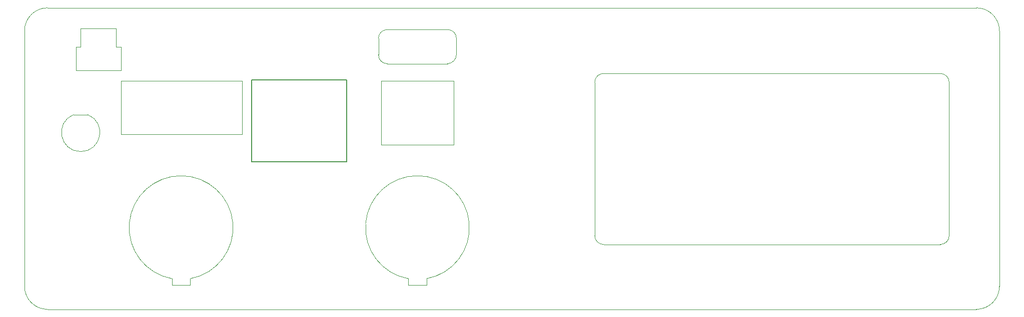
<source format=gbr>
%TF.GenerationSoftware,KiCad,Pcbnew,6.0.1-79c1e3a40b~116~ubuntu18.04.1*%
%TF.CreationDate,2022-01-19T05:38:23+01:00*%
%TF.ProjectId,ss_backpanel-mirrored_Al,73735f62-6163-46b7-9061-6e656c2d6d69,rev?*%
%TF.SameCoordinates,Original*%
%TF.FileFunction,Profile,NP*%
%FSLAX46Y46*%
G04 Gerber Fmt 4.6, Leading zero omitted, Abs format (unit mm)*
G04 Created by KiCad (PCBNEW 6.0.1-79c1e3a40b~116~ubuntu18.04.1) date 2022-01-19 05:38:23*
%MOMM*%
%LPD*%
G01*
G04 APERTURE LIST*
%TA.AperFunction,Profile*%
%ADD10C,0.050000*%
%TD*%
%TA.AperFunction,Profile*%
%ADD11C,0.120000*%
%TD*%
%TA.AperFunction,Profile*%
%ADD12C,0.200000*%
%TD*%
%TA.AperFunction,Profile*%
%ADD13C,0.100000*%
%TD*%
G04 APERTURE END LIST*
D10*
X71390000Y-48870000D02*
X228610000Y-48870000D01*
X228610000Y-100000000D02*
G75*
G03*
X232500000Y-96110000I-1J3890001D01*
G01*
X228610000Y-100000000D02*
X71390000Y-100000000D01*
X232500000Y-52760000D02*
X232500000Y-96110000D01*
X67500000Y-96110000D02*
G75*
G03*
X71390000Y-100000000I3890001J1D01*
G01*
X232500000Y-52760000D02*
G75*
G03*
X228610000Y-48870000I-3890001J-1D01*
G01*
X71390000Y-48870000D02*
G75*
G03*
X67500000Y-52760000I1J-3890001D01*
G01*
X67500000Y-96110000D02*
X67500000Y-52760000D01*
D11*
%TO.C,M101*%
X95550000Y-95900000D02*
X95550000Y-94800000D01*
X92450000Y-95900000D02*
X92450000Y-94800271D01*
X95550000Y-95900000D02*
X92450000Y-95900000D01*
X95550000Y-94800000D02*
G75*
G03*
X92450000Y-94800000I-1550000J8657881D01*
G01*
%TO.C,M102*%
X132450000Y-95900000D02*
X132450000Y-94800271D01*
X135550000Y-95900000D02*
X135550000Y-94800000D01*
X135550000Y-95900000D02*
X132450000Y-95900000D01*
X135550000Y-94800000D02*
G75*
G03*
X132450000Y-94800000I-1550000J8657881D01*
G01*
%TO.C,M104*%
X224000000Y-61500000D02*
X224000000Y-87500000D01*
X165500000Y-60000000D02*
X222500000Y-60000000D01*
X164000000Y-87500000D02*
X164000000Y-61500000D01*
X222500000Y-89000000D02*
X165500000Y-89000000D01*
X222500000Y-89000000D02*
G75*
G03*
X224000000Y-87500000I-1J1500001D01*
G01*
X224000000Y-61500000D02*
G75*
G03*
X222500000Y-60000000I-1500001J-1D01*
G01*
X164000000Y-87500000D02*
G75*
G03*
X165500000Y-89000000I1500001J1D01*
G01*
X165500000Y-60000000D02*
G75*
G03*
X164000000Y-61500000I1J-1500001D01*
G01*
D12*
%TO.C,M105*%
X105950000Y-61100000D02*
X105950000Y-75000000D01*
X122050000Y-75000000D02*
X122050000Y-61100000D01*
X122050000Y-61100000D02*
X105950000Y-61100000D01*
X105950000Y-75000000D02*
X122050000Y-75000000D01*
D11*
%TO.C,M106*%
X140100000Y-72100000D02*
X140100000Y-61300000D01*
X127900000Y-61300000D02*
X127900000Y-72100000D01*
X127900000Y-72100000D02*
X140100000Y-72100000D01*
X140100000Y-61300000D02*
X127900000Y-61300000D01*
%TO.C,M107*%
X127400000Y-54050000D02*
X127400000Y-56850000D01*
X140600000Y-56650000D02*
X140600000Y-54050000D01*
X139100000Y-52550000D02*
X128900000Y-52550000D01*
X128900000Y-58350000D02*
X139100000Y-58350000D01*
X128900000Y-52550000D02*
G75*
G03*
X127400000Y-54050000I1J-1500001D01*
G01*
X139100000Y-58350000D02*
G75*
G03*
X140600000Y-56650000I-99998J1599998D01*
G01*
X140600000Y-54050000D02*
G75*
G03*
X139100000Y-52550000I-1500001J-1D01*
G01*
X127400000Y-56850000D02*
G75*
G03*
X128900000Y-58350000I1500001J1D01*
G01*
%TO.C,M111*%
X76200000Y-59500000D02*
X76200000Y-55500000D01*
X76200000Y-55500000D02*
X77000000Y-55500000D01*
X77000000Y-52400000D02*
X83000000Y-52400000D01*
X83800000Y-59500000D02*
X76200000Y-59500000D01*
X83000000Y-55500000D02*
X83800000Y-55500000D01*
X83000000Y-52400000D02*
X83000000Y-55500000D01*
X77000000Y-55500000D02*
X77000000Y-52400000D01*
X83800000Y-55500000D02*
X83800000Y-59500000D01*
D13*
%TO.C,M110*%
X78217500Y-66987000D02*
X75782791Y-66986883D01*
X75782791Y-66986883D02*
G75*
G03*
X78217500Y-66987000I1217210J-3013117D01*
G01*
D11*
%TO.C,M103*%
X104330000Y-70300000D02*
X104330000Y-61300000D01*
X83830000Y-70300000D02*
X83830000Y-61300000D01*
X83830000Y-70300000D02*
X104330000Y-70300000D01*
X83830000Y-61300000D02*
X104330000Y-61300000D01*
%TD*%
M02*

</source>
